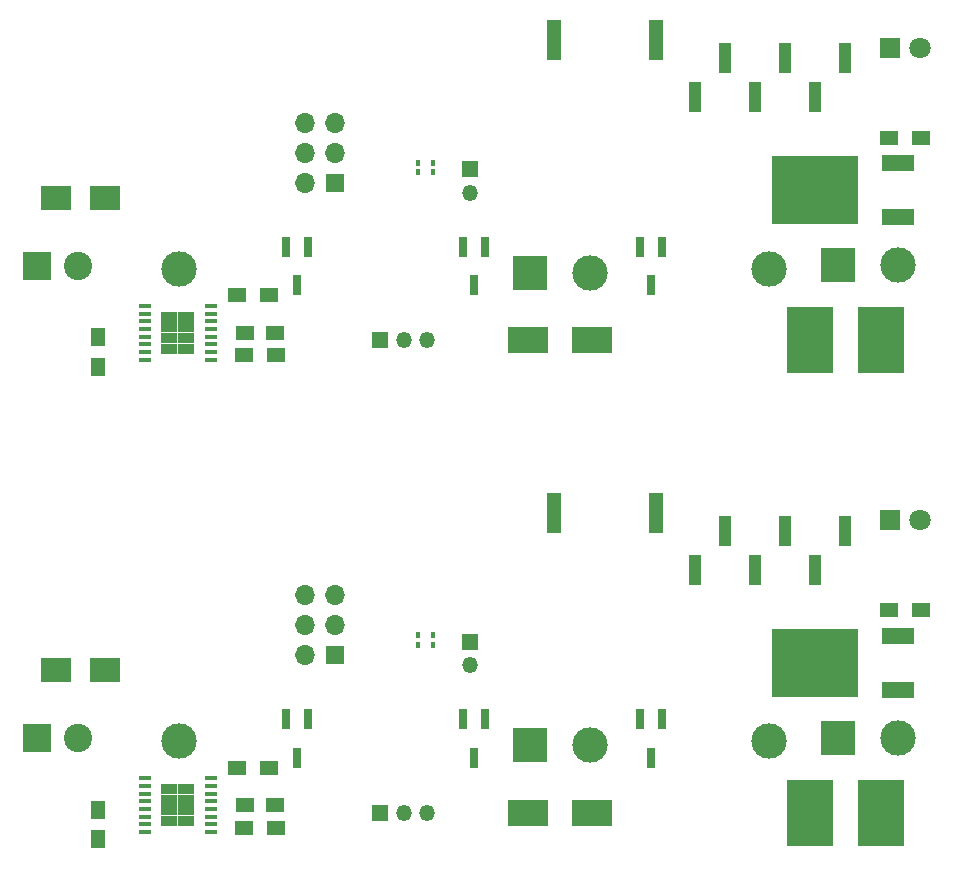
<source format=gbs>
%MOIN*%
%OFA0B0*%
%FSLAX46Y46*%
%IPPOS*%
%LPD*%
%ADD10C,0.0039370078740157488*%
%ADD11R,0.15748031496062992X0.22047244094488189*%
%ADD12R,0.053149606299212608X0.053149606299212608*%
%ADD13O,0.053149606299212608X0.053149606299212608*%
%ADD14R,0.11811023622047245X0.11811023622047245*%
%ADD15C,0.11811023622047245*%
%ADD16R,0.03937007874015748X0.098818897637795278*%
%ADD17R,0.094488188976377951X0.094488188976377951*%
%ADD18C,0.094488188976377951*%
%ADD19R,0.062992125984251982X0.062992125984251982*%
%ADD20O,0.066929133858267723X0.066929133858267723*%
%ADD21R,0.049212598425196853X0.059055118110236227*%
%ADD22R,0.059055118110236227X0.049212598425196853*%
%ADD23R,0.059055118110236227X0.051181102362204731*%
%ADD24R,0.031496062992125991X0.070866141732283464*%
%ADD25R,0.10629921259842522X0.055118110236220472*%
%ADD26R,0.29133858267716539X0.2283464566929134*%
%ADD27R,0.13779527559055119X0.0905511811023622*%
%ADD28R,0.041338582677165357X0.017716535433070866*%
%ADD29R,0.0578740157480315X0.035236220472440946*%
%ADD30R,0.051181102362204731X0.13385826771653545*%
%ADD31R,0.070866141732283464X0.070866141732283464*%
%ADD32C,0.070866141732283464*%
%ADD33R,0.015748031496062995X0.023622047244094488*%
%ADD34R,0.10433070866141733X0.079921259842519687*%
%ADD45C,0.0039370078740157488*%
%ADD46R,0.15748031496062992X0.22047244094488189*%
%ADD47R,0.053149606299212608X0.053149606299212608*%
%ADD48O,0.053149606299212608X0.053149606299212608*%
%ADD49R,0.11811023622047245X0.11811023622047245*%
%ADD50C,0.11811023622047245*%
%ADD51R,0.03937007874015748X0.098818897637795278*%
%ADD52R,0.094488188976377951X0.094488188976377951*%
%ADD53C,0.094488188976377951*%
%ADD54R,0.062992125984251982X0.062992125984251982*%
%ADD55O,0.066929133858267723X0.066929133858267723*%
%ADD56R,0.049212598425196853X0.059055118110236227*%
%ADD57R,0.059055118110236227X0.049212598425196853*%
%ADD58R,0.059055118110236227X0.051181102362204731*%
%ADD59R,0.031496062992125991X0.070866141732283464*%
%ADD60R,0.10629921259842522X0.055118110236220472*%
%ADD61R,0.29133858267716539X0.2283464566929134*%
%ADD62R,0.13779527559055119X0.0905511811023622*%
%ADD63R,0.041338582677165357X0.017716535433070866*%
%ADD64R,0.0578740157480315X0.035236220472440946*%
%ADD65R,0.051181102362204731X0.13385826771653545*%
%ADD66R,0.070866141732283464X0.070866141732283464*%
%ADD67C,0.070866141732283464*%
%ADD68R,0.015748031496062995X0.023622047244094488*%
%ADD69R,0.10433070866141733X0.079921259842519687*%
%LPD*%
G01*
D10*
D11*
X-0005157401Y0004896259D02*
X0002694488Y0000146259D03*
X0002930708Y0000146259D03*
D12*
X0001262598Y0000146259D03*
D13*
X0001341338Y0000146259D03*
X0001420078Y0000146259D03*
D14*
X0001762598Y0000371259D03*
D15*
X0001962598Y0000371259D03*
D16*
X0002712598Y0000956102D03*
X0002512598Y0000956102D03*
X0002312598Y0000956102D03*
X0002812598Y0001086417D03*
X0002612598Y0001086417D03*
X0002412598Y0001086417D03*
D15*
X0002559055Y0000383700D03*
D17*
X0000118110Y0000393700D03*
D18*
X0000255905Y0000393700D03*
D19*
X0001112598Y0000671259D03*
D20*
X0001012598Y0000671259D03*
X0001112598Y0000771259D03*
X0001012598Y0000771259D03*
X0001112598Y0000871259D03*
X0001012598Y0000871259D03*
D12*
X0001562598Y0000716259D03*
D13*
X0001562598Y0000637519D03*
D14*
X0002787598Y0000396259D03*
D15*
X0002987598Y0000396259D03*
D21*
X0000322598Y0000057047D03*
X0000322598Y0000155472D03*
D22*
X0000813385Y0000171259D03*
X0000911810Y0000171259D03*
D23*
X0000915747Y0000096259D03*
X0000809448Y0000096259D03*
X0000890747Y0000296259D03*
X0000784448Y0000296259D03*
X0003065747Y0000821259D03*
X0002959448Y0000821259D03*
D24*
X0000946850Y0000458661D03*
X0001021653Y0000458661D03*
X0000984251Y0000328740D03*
X0001537401Y0000458661D03*
X0001612204Y0000458661D03*
X0001574803Y0000328740D03*
X0002127952Y0000458661D03*
X0002202755Y0000458661D03*
X0002165354Y0000328740D03*
D25*
X0002987795Y0000736023D03*
X0002987795Y0000556495D03*
D26*
X0002712913Y0000646259D03*
D27*
X0001968897Y0000146259D03*
X0001756299Y0000146259D03*
D28*
X0000696850Y0000260826D03*
X0000696850Y0000235236D03*
X0000696850Y0000209645D03*
X0000696850Y0000184055D03*
X0000696850Y0000158464D03*
X0000696850Y0000132873D03*
X0000696850Y0000107283D03*
X0000696850Y0000081692D03*
X0000478346Y0000081692D03*
X0000478346Y0000107283D03*
X0000478346Y0000132873D03*
X0000478346Y0000158464D03*
X0000478346Y0000184055D03*
X0000478346Y0000209645D03*
X0000478346Y0000235236D03*
X0000478346Y0000260826D03*
D29*
X0000558661Y0000118405D03*
X0000558661Y0000153641D03*
X0000558661Y0000188877D03*
X0000558661Y0000224114D03*
X0000616535Y0000118405D03*
X0000616535Y0000153641D03*
X0000616535Y0000188877D03*
X0000616535Y0000224114D03*
D15*
X0000590551Y0000383700D03*
D30*
X0001843307Y0001146259D03*
X0002181889Y0001146259D03*
D31*
X0002962598Y0001121259D03*
D32*
X0003062598Y0001121259D03*
D33*
X0001387598Y0000705511D03*
X0001387598Y0000737007D03*
X0001437598Y0000705511D03*
X0001437598Y0000737007D03*
D34*
X0000344881Y0000621259D03*
X0000180314Y0000621259D03*
G04 next file*
%LPD*%
G04 #@! TF.FileFunction,Soldermask,Bot*
G04 Gerber Fmt 4.6, Leading zero omitted, Abs format (unit mm)*
G04 Created by KiCad (PCBNEW 4.0.7) date 08/08/19 18:58:54*
G01*
G04 APERTURE LIST*
G04 APERTURE END LIST*
D45*
D46*
X-0005157401Y0006471063D02*
X0002694488Y0001721063D03*
X0002930708Y0001721063D03*
D47*
X0001262598Y0001721063D03*
D48*
X0001341338Y0001721063D03*
X0001420078Y0001721063D03*
D49*
X0001762598Y0001946063D03*
D50*
X0001962598Y0001946063D03*
D51*
X0002712598Y0002530905D03*
X0002512598Y0002530905D03*
X0002312598Y0002530905D03*
X0002812598Y0002661220D03*
X0002612598Y0002661220D03*
X0002412598Y0002661220D03*
D50*
X0002559055Y0001958504D03*
D52*
X0000118110Y0001968504D03*
D53*
X0000255905Y0001968504D03*
D54*
X0001112598Y0002246063D03*
D55*
X0001012598Y0002246063D03*
X0001112598Y0002346063D03*
X0001012598Y0002346063D03*
X0001112598Y0002446063D03*
X0001012598Y0002446063D03*
D47*
X0001562598Y0002291063D03*
D48*
X0001562598Y0002212323D03*
D49*
X0002787598Y0001971063D03*
D50*
X0002987598Y0001971063D03*
D56*
X0000322598Y0001631850D03*
X0000322598Y0001730275D03*
D57*
X0000813385Y0001746063D03*
X0000911810Y0001746063D03*
D58*
X0000915747Y0001671063D03*
X0000809448Y0001671063D03*
X0000890747Y0001871063D03*
X0000784448Y0001871063D03*
X0003065747Y0002396063D03*
X0002959448Y0002396063D03*
D59*
X0000946850Y0002033464D03*
X0001021653Y0002033464D03*
X0000984251Y0001903543D03*
X0001537401Y0002033464D03*
X0001612204Y0002033464D03*
X0001574803Y0001903543D03*
X0002127952Y0002033464D03*
X0002202755Y0002033464D03*
X0002165354Y0001903543D03*
D60*
X0002987795Y0002310826D03*
X0002987795Y0002131299D03*
D61*
X0002712913Y0002221063D03*
D62*
X0001968897Y0001721063D03*
X0001756299Y0001721063D03*
D63*
X0000696850Y0001835630D03*
X0000696850Y0001810039D03*
X0000696850Y0001784449D03*
X0000696850Y0001758858D03*
X0000696850Y0001733267D03*
X0000696850Y0001707677D03*
X0000696850Y0001682086D03*
X0000696850Y0001656496D03*
X0000478346Y0001656496D03*
X0000478346Y0001682086D03*
X0000478346Y0001707677D03*
X0000478346Y0001733267D03*
X0000478346Y0001758858D03*
X0000478346Y0001784449D03*
X0000478346Y0001810039D03*
X0000478346Y0001835630D03*
D64*
X0000558661Y0001693208D03*
X0000558661Y0001728445D03*
X0000558661Y0001763681D03*
X0000558661Y0001798917D03*
X0000616535Y0001693208D03*
X0000616535Y0001728445D03*
X0000616535Y0001763681D03*
X0000616535Y0001798917D03*
D50*
X0000590551Y0001958504D03*
D65*
X0001843307Y0002721063D03*
X0002181889Y0002721063D03*
D66*
X0002962598Y0002696063D03*
D67*
X0003062598Y0002696063D03*
D68*
X0001387598Y0002280315D03*
X0001387598Y0002311811D03*
X0001437598Y0002280315D03*
X0001437598Y0002311811D03*
D69*
X0000344881Y0002196063D03*
X0000180314Y0002196063D03*
M02*
</source>
